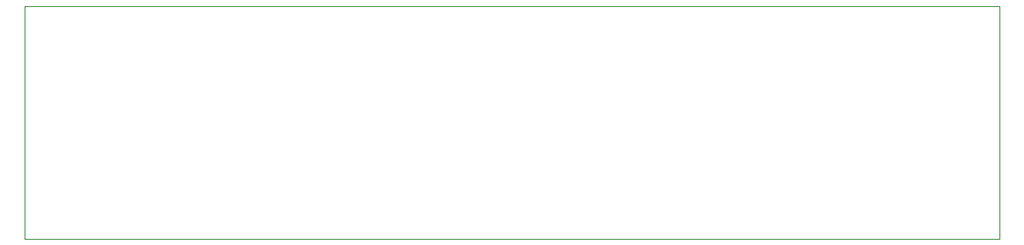
<source format=gbr>
%TF.GenerationSoftware,KiCad,Pcbnew,9.0.3*%
%TF.CreationDate,2025-11-02T19:13:38+05:00*%
%TF.ProjectId,zynq-7000-development-board,7a796e71-2d37-4303-9030-2d646576656c,rev?*%
%TF.SameCoordinates,Original*%
%TF.FileFunction,Profile,NP*%
%FSLAX46Y46*%
G04 Gerber Fmt 4.6, Leading zero omitted, Abs format (unit mm)*
G04 Created by KiCad (PCBNEW 9.0.3) date 2025-11-02 19:13:38*
%MOMM*%
%LPD*%
G01*
G04 APERTURE LIST*
%TA.AperFunction,Profile*%
%ADD10C,0.050000*%
%TD*%
G04 APERTURE END LIST*
D10*
X104340000Y-102760000D02*
X198380000Y-102760000D01*
X198380000Y-125280000D01*
X104340000Y-125280000D01*
X104340000Y-102760000D01*
M02*

</source>
